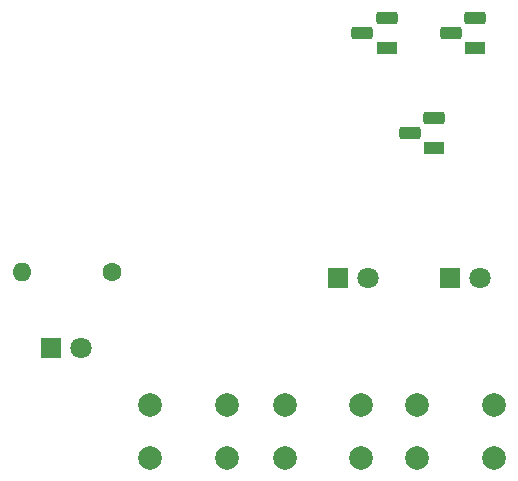
<source format=gbr>
%TF.GenerationSoftware,KiCad,Pcbnew,9.0.0*%
%TF.CreationDate,2025-04-15T18:26:17+08:00*%
%TF.ProjectId,computer,636f6d70-7574-4657-922e-6b696361645f,rev?*%
%TF.SameCoordinates,Original*%
%TF.FileFunction,Copper,L2,Bot*%
%TF.FilePolarity,Positive*%
%FSLAX46Y46*%
G04 Gerber Fmt 4.6, Leading zero omitted, Abs format (unit mm)*
G04 Created by KiCad (PCBNEW 9.0.0) date 2025-04-15 18:26:17*
%MOMM*%
%LPD*%
G01*
G04 APERTURE LIST*
G04 Aperture macros list*
%AMRoundRect*
0 Rectangle with rounded corners*
0 $1 Rounding radius*
0 $2 $3 $4 $5 $6 $7 $8 $9 X,Y pos of 4 corners*
0 Add a 4 corners polygon primitive as box body*
4,1,4,$2,$3,$4,$5,$6,$7,$8,$9,$2,$3,0*
0 Add four circle primitives for the rounded corners*
1,1,$1+$1,$2,$3*
1,1,$1+$1,$4,$5*
1,1,$1+$1,$6,$7*
1,1,$1+$1,$8,$9*
0 Add four rect primitives between the rounded corners*
20,1,$1+$1,$2,$3,$4,$5,0*
20,1,$1+$1,$4,$5,$6,$7,0*
20,1,$1+$1,$6,$7,$8,$9,0*
20,1,$1+$1,$8,$9,$2,$3,0*%
G04 Aperture macros list end*
%TA.AperFunction,ComponentPad*%
%ADD10R,1.800000X1.100000*%
%TD*%
%TA.AperFunction,ComponentPad*%
%ADD11RoundRect,0.275000X0.625000X-0.275000X0.625000X0.275000X-0.625000X0.275000X-0.625000X-0.275000X0*%
%TD*%
%TA.AperFunction,ComponentPad*%
%ADD12R,1.800000X1.800000*%
%TD*%
%TA.AperFunction,ComponentPad*%
%ADD13C,1.800000*%
%TD*%
%TA.AperFunction,ComponentPad*%
%ADD14C,2.000000*%
%TD*%
%TA.AperFunction,ComponentPad*%
%ADD15C,1.600000*%
%TD*%
%TA.AperFunction,ComponentPad*%
%ADD16O,1.600000X1.600000*%
%TD*%
G04 APERTURE END LIST*
D10*
%TO.P,Q3,1,C*%
%TO.N,Net-(D1-K)*%
X152900000Y-81000000D03*
D11*
%TO.P,Q3,2,B*%
%TO.N,Net-(Q3-B)*%
X150830000Y-79730000D03*
%TO.P,Q3,3,E*%
%TO.N,Net-(BT1--)*%
X152900000Y-78460000D03*
%TD*%
D12*
%TO.P,Power,1,K*%
%TO.N,Net-(D3-K)*%
X120460000Y-98000000D03*
D13*
%TO.P,Power,2,A*%
%TO.N,Net-(BT1-+)*%
X123000000Y-98000000D03*
%TD*%
D14*
%TO.P,AND Input A,1,1*%
%TO.N,Net-(BT1-+)*%
X128885000Y-102750000D03*
X135385000Y-102750000D03*
%TO.P,AND Input A,2,2*%
%TO.N,Net-(Q2-B)*%
X128885000Y-107250000D03*
X135385000Y-107250000D03*
%TD*%
D10*
%TO.P,Q1,1,C*%
%TO.N,Net-(Q1-C)*%
X148900000Y-72540000D03*
D11*
%TO.P,Q1,2,B*%
%TO.N,Net-(Q1-B)*%
X146830000Y-71270000D03*
%TO.P,Q1,3,E*%
%TO.N,Net-(BT1--)*%
X148900000Y-70000000D03*
%TD*%
D15*
%TO.P,Resistor,1*%
%TO.N,Net-(BT1--)*%
X125620000Y-91500000D03*
D16*
%TO.P,Resistor,2*%
%TO.N,Net-(D3-K)*%
X118000000Y-91500000D03*
%TD*%
D14*
%TO.P,AND Input B,1,1*%
%TO.N,Net-(BT1-+)*%
X140250000Y-102750000D03*
X146750000Y-102750000D03*
%TO.P,AND Input B,2,2*%
%TO.N,Net-(Q1-B)*%
X140250000Y-107250000D03*
X146750000Y-107250000D03*
%TD*%
%TO.P,NOT Input,1,1*%
%TO.N,Net-(Q3-B)*%
X151500000Y-102750000D03*
X158000000Y-102750000D03*
%TO.P,NOT Input,2,2*%
%TO.N,Net-(BT1-+)*%
X151500000Y-107250000D03*
X158000000Y-107250000D03*
%TD*%
D12*
%TO.P,AND Output,1,K*%
%TO.N,Net-(D2-K)*%
X144730000Y-92000000D03*
D13*
%TO.P,AND Output,2,A*%
%TO.N,Net-(BT1-+)*%
X147270000Y-92000000D03*
%TD*%
D10*
%TO.P,Q2,1,C*%
%TO.N,Net-(D2-K)*%
X156400000Y-72580000D03*
D11*
%TO.P,Q2,2,B*%
%TO.N,Net-(Q2-B)*%
X154330000Y-71310000D03*
%TO.P,Q2,3,E*%
%TO.N,Net-(Q1-C)*%
X156400000Y-70040000D03*
%TD*%
D12*
%TO.P,NOT Output,1,K*%
%TO.N,Net-(D1-K)*%
X154230000Y-92000000D03*
D13*
%TO.P,NOT Output,2,A*%
%TO.N,Net-(BT1-+)*%
X156770000Y-92000000D03*
%TD*%
M02*

</source>
